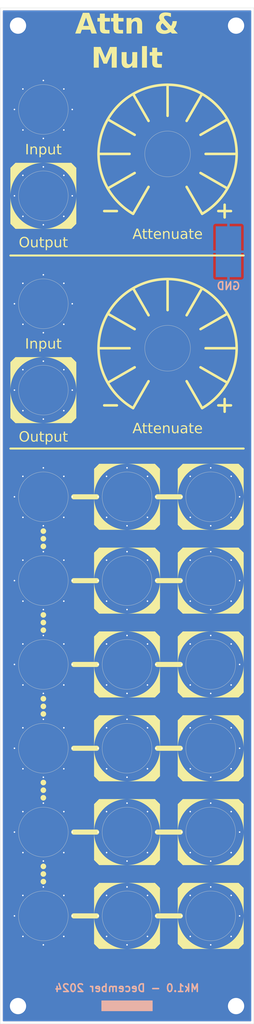
<source format=kicad_pcb>
(kicad_pcb (version 20240108) (generator "pcbnew") (generator_version "8.0")
  (title_block (title "Kosmo Format Front Panel - 5 cm") (company "DMH Instruments"))
  (layers (0 "F.Cu" signal) (31 "B.Cu" signal) (34 "B.Paste" user) (35 "F.Paste" user) (36 "B.SilkS" user "B.Silkscreen") (37 "F.SilkS" user "F.Silkscreen") (38 "B.Mask" user) (39 "F.Mask" user) (44 "Edge.Cuts" user))
  (net 0 "")
  (net 1 "GND")
  (footprint "SynthStuff:Jack_6.35mm_Cutout_Output_v6" (layer "F.Cu") (at 75 159.25)
    (property "Reference" "H18")
    (property "Value" "Output" (hide yes))
    (fp_poly (pts (xy -6.5 5.5) (arc (start -6.5 0) (mid -4.596194 4.596194) (end 0 6.5)) (xy -5.5 6.5)) (fill solid) (layer "F.SilkS"))
    (fp_poly (pts (xy -5.5 -6.5) (arc (start 0 -6.5) (mid -4.596194 -4.596194) (end -6.5 0)) (xy -6.5 -5.5)) (fill solid) (layer "F.SilkS"))
    (fp_poly (pts (xy 5.5 6.5) (arc (start 0 6.5) (mid 4.596194 4.596194) (end 6.5 0)) (xy 6.5 5.5)) (fill solid) (layer "F.SilkS"))
    (fp_poly (pts (xy 6.5 -5.5) (arc (start 6.5 0) (mid 4.596194 -4.596194) (end 0 -6.5)) (xy 5.5 -6.5)) (fill solid) (layer "F.SilkS"))
    (fp_circle (center 0 0) (end 0 -4.9) (stroke (width 0.05)) (fill none) (layer "Edge.Cuts"))
    (pad "1" thru_hole circle (at -5.7 0) (size 0.5 0.5) (drill 0.3) (layers "*.Cu" "*.Mask") (net 1 "GND"))
    (pad "1" thru_hole circle (at -4.04 -4.03) (size 0.5 0.5) (drill 0.3) (layers "*.Cu" "*.Mask") (net 1 "GND"))
    (pad "1" thru_hole circle (at -4.03 4.04) (size 0.5 0.5) (drill 0.3) (layers "*.Cu" "*.Mask") (net 1 "GND"))
    (pad "1" thru_hole circle (at 0 -5.7) (size 0.5 0.5) (drill 0.3) (layers "*.Cu" "*.Mask") (net 1 "GND"))
    (pad "1" connect circle (at 0 0) (size 12 12) (layers "F.Cu" "F.Mask") (net 1 "GND"))
    (pad "1" connect circle (at 0 0) (size 12 12) (layers "B.Cu" "B.Mask") (net 1 "GND"))
    (pad "1" thru_hole circle (at 0 5.7) (size 0.5 0.5) (drill 0.3) (layers "*.Cu" "*.Mask") (net 1 "GND"))
    (pad "1" thru_hole circle (at 4.03 4.04) (size 0.5 0.5) (drill 0.3) (layers "*.Cu" "*.Mask") (net 1 "GND"))
    (pad "1" thru_hole circle (at 4.04 -4.03) (size 0.5 0.5) (drill 0.3) (layers "*.Cu" "*.Mask") (net 1 "GND"))
    (pad "1" thru_hole circle (at 5.7 0) (size 0.5 0.5) (drill 0.3) (layers "*.Cu" "*.Mask") (net 1 "GND"))
  )
  (footprint "SynthStuff:MountingHole_Rails" (layer "F.Cu") (at 53.5 226.5)
    (property "Reference" "H3")
    (property "Value" "MountingHole_Rails" (hide yes))
    (pad "1" thru_hole circle (at 0 0) (size 4 4) (drill 3.2) (layers "*.Cu" "*.Mask") (net 1 "GND"))
  )
  (footprint "SynthStuff:Jack_6.35mm_Cutout_v3" (layer "F.Cu") (at 58.5 192.25)
    (property "Reference" "H23")
    (property "Value" "Input" (hide yes))
    (fp_circle (center 0 0) (end 0 -4.9) (stroke (width 0.05)) (fill none) (layer "Edge.Cuts"))
    (pad "1" thru_hole circle (at -5.7 0) (size 0.5 0.5) (drill 0.3) (layers "*.Cu" "*.Mask") (net 1 "GND"))
    (pad "1" thru_hole circle (at -4.04 -4.03) (size 0.5 0.5) (drill 0.3) (layers "*.Cu" "*.Mask") (net 1 "GND"))
    (pad "1" thru_hole circle (at -4.03 4.04) (size 0.5 0.5) (drill 0.3) (layers "*.Cu" "*.Mask") (net 1 "GND"))
    (pad "1" thru_hole circle (at 0 -5.7) (size 0.5 0.5) (drill 0.3) (layers "*.Cu" "*.Mask") (net 1 "GND"))
    (pad "1" connect circle (at 0 0) (size 12 12) (layers "F.Cu" "F.Mask") (net 1 "GND"))
    (pad "1" connect circle (at 0 0) (size 12 12) (layers "B.Cu" "B.Mask") (net 1 "GND"))
    (pad "1" thru_hole circle (at 0 5.7) (size 0.5 0.5) (drill 0.3) (layers "*.Cu" "*.Mask") (net 1 "GND"))
    (pad "1" thru_hole circle (at 4.03 4.04) (size 0.5 0.5) (drill 0.3) (layers "*.Cu" "*.Mask") (net 1 "GND"))
    (pad "1" thru_hole circle (at 4.04 -4.03) (size 0.5 0.5) (drill 0.3) (layers "*.Cu" "*.Mask") (net 1 "GND"))
    (pad "1" thru_hole circle (at 5.7 0) (size 0.5 0.5) (drill 0.3) (layers "*.Cu" "*.Mask") (net 1 "GND"))
  )
  (footprint "SynthStuff:Jack_6.35mm_Cutout_Output_v6" (layer "F.Cu") (at 75 208.75)
    (property "Reference" "H27")
    (property "Value" "Output" (hide yes))
    (fp_poly (pts (xy -6.5 5.5) (arc (start -6.5 0) (mid -4.596194 4.596194) (end 0 6.5)) (xy -5.5 6.5)) (fill solid) (layer "F.SilkS"))
    (fp_poly (pts (xy -5.5 -6.5) (arc (start 0 -6.5) (mid -4.596194 -4.596194) (end -6.5 0)) (xy -6.5 -5.5)) (fill solid) (layer "F.SilkS"))
    (fp_poly (pts (xy 5.5 6.5) (arc (start 0 6.5) (mid 4.596194 4.596194) (end 6.5 0)) (xy 6.5 5.5)) (fill solid) (layer "F.SilkS"))
    (fp_poly (pts (xy 6.5 -5.5) (arc (start 6.5 0) (mid 4.596194 -4.596194) (end 0 -6.5)) (xy 5.5 -6.5)) (fill solid) (layer "F.SilkS"))
    (fp_circle (center 0 0) (end 0 -4.9) (stroke (width 0.05)) (fill none) (layer "Edge.Cuts"))
    (pad "1" thru_hole circle (at -5.7 0) (size 0.5 0.5) (drill 0.3) (layers "*.Cu" "*.Mask") (net 1 "GND"))
    (pad "1" thru_hole circle (at -4.04 -4.03) (size 0.5 0.5) (drill 0.3) (layers "*.Cu" "*.Mask") (net 1 "GND"))
    (pad "1" thru_hole circle (at -4.03 4.04) (size 0.5 0.5) (drill 0.3) (layers "*.Cu" "*.Mask") (net 1 "GND"))
    (pad "1" thru_hole circle (at 0 -5.7) (size 0.5 0.5) (drill 0.3) (layers "*.Cu" "*.Mask") (net 1 "GND"))
    (pad "1" connect circle (at 0 0) (size 12 12) (layers "F.Cu" "F.Mask") (net 1 "GND"))
    (pad "1" connect circle (at 0 0) (size 12 12) (layers "B.Cu" "B.Mask") (net 1 "GND"))
    (pad "1" thru_hole circle (at 0 5.7) (size 0.5 0.5) (drill 0.3) (layers "*.Cu" "*.Mask") (net 1 "GND"))
    (pad "1" thru_hole circle (at 4.03 4.04) (size 0.5 0.5) (drill 0.3) (layers "*.Cu" "*.Mask") (net 1 "GND"))
    (pad "1" thru_hole circle (at 4.04 -4.03) (size 0.5 0.5) (drill 0.3) (layers "*.Cu" "*.Mask") (net 1 "GND"))
    (pad "1" thru_hole circle (at 5.7 0) (size 0.5 0.5) (drill 0.3) (layers "*.Cu" "*.Mask") (net 1 "GND"))
  )
  (footprint "SynthStuff:Jack_6.35mm_Cutout_Output_v6" (layer "F.Cu") (at 75 126.25)
    (property "Reference" "H12")
    (property "Value" "Output" (hide yes))
    (fp_poly (pts (xy -6.5 5.5) (arc (start -6.5 0) (mid -4.596194 4.596194) (end 0 6.5)) (xy -5.5 6.5)) (fill solid) (layer "F.SilkS"))
    (fp_poly (pts (xy -5.5 -6.5) (arc (start 0 -6.5) (mid -4.596194 -4.596194) (end -6.5 0)) (xy -6.5 -5.5)) (fill solid) (layer "F.SilkS"))
    (fp_poly (pts (xy 5.5 6.5) (arc (start 0 6.5) (mid 4.596194 4.596194) (end 6.5 0)) (xy 6.5 5.5)) (fill solid) (layer "F.SilkS"))
    (fp_poly (pts (xy 6.5 -5.5) (arc (start 6.5 0) (mid 4.596194 -4.596194) (end 0 -6.5)) (xy 5.5 -6.5)) (fill solid) (layer "F.SilkS"))
    (fp_circle (center 0 0) (end 0 -4.9) (stroke (width 0.05)) (fill none) (layer "Edge.Cuts"))
    (pad "1" thru_hole circle (at -5.7 0) (size 0.5 0.5) (drill 0.3) (layers "*.Cu" "*.Mask") (net 1 "GND"))
    (pad "1" thru_hole circle (at -4.04 -4.03) (size 0.5 0.5) (drill 0.3) (layers "*.Cu" "*.Mask") (net 1 "GND"))
    (pad "1" thru_hole circle (at -4.03 4.04) (size 0.5 0.5) (drill 0.3) (layers "*.Cu" "*.Mask") (net 1 "GND"))
    (pad "1" thru_hole circle (at 0 -5.7) (size 0.5 0.5) (drill 0.3) (layers "*.Cu" "*.Mask") (net 1 "GND"))
    (pad "1" connect circle (at 0 0) (size 12 12) (layers "F.Cu" "F.Mask") (net 1 "GND"))
    (pad "1" connect circle (at 0 0) (size 12 12) (layers "B.Cu" "B.Mask") (net 1 "GND"))
    (pad "1" thru_hole circle (at 0 5.7) (size 0.5 0.5) (drill 0.3) (layers "*.Cu" "*.Mask") (net 1 "GND"))
    (pad "1" thru_hole circle (at 4.03 4.04) (size 0.5 0.5) (drill 0.3) (layers "*.Cu" "*.Mask") (net 1 "GND"))
    (pad "1" thru_hole circle (at 4.04 -4.03) (size 0.5 0.5) (drill 0.3) (layers "*.Cu" "*.Mask") (net 1 "GND"))
    (pad "1" thru_hole circle (at 5.7 0) (size 0.5 0.5) (drill 0.3) (layers "*.Cu" "*.Mask") (net 1 "GND"))
  )
  (footprint "SynthStuff:Jack_6.35mm_Cutout_v3" (layer "F.Cu") (at 58.5 50)
    (property "Reference" "H5")
    (property "Value" "Input" (at 0 8 0) (layer "F.SilkS") (effects (font (size 2 2))))
    (fp_circle (center 0 0) (end 0 -4.9) (stroke (width 0.05)) (fill none) (layer "Edge.Cuts"))
    (pad "1" thru_hole circle (at -5.7 0) (size 0.5 0.5) (drill 0.3) (layers "*.Cu" "*.Mask") (net 1 "GND"))
    (pad "1" thru_hole circle (at -4.04 -4.03) (size 0.5 0.5) (drill 0.3) (layers "*.Cu" "*.Mask") (net 1 "GND"))
    (pad "1" thru_hole circle (at -4.03 4.04) (size 0.5 0.5) (drill 0.3) (layers "*.Cu" "*.Mask") (net 1 "GND"))
    (pad "1" thru_hole circle (at 0 -5.7) (size 0.5 0.5) (drill 0.3) (layers "*.Cu" "*.Mask") (net 1 "GND"))
    (pad "1" connect circle (at 0 0) (size 12 12) (layers "F.Cu" "F.Mask") (net 1 "GND"))
    (pad "1" connect circle (at 0 0) (size 12 12) (layers "B.Cu" "B.Mask") (net 1 "GND"))
    (pad "1" thru_hole circle (at 0 5.7) (size 0.5 0.5) (drill 0.3) (layers "*.Cu" "*.Mask") (net 1 "GND"))
    (pad "1" thru_hole circle (at 4.03 4.04) (size 0.5 0.5) (drill 0.3) (layers "*.Cu" "*.Mask") (net 1 "GND"))
    (pad "1" thru_hole circle (at 4.04 -4.03) (size 0.5 0.5) (drill 0.3) (layers "*.Cu" "*.Mask") (net 1 "GND"))
    (pad "1" thru_hole circle (at 5.7 0) (size 0.5 0.5) (drill 0.3) (layers "*.Cu" "*.Mask") (net 1 "GND"))
  )
  (footprint "SynthStuff:Jack_6.35mm_Cutout_Output_v6" (layer "F.Cu") (at 91.5 175.75)
    (property "Reference" "H22")
    (property "Value" "Output" (hide yes))
    (fp_poly (pts (xy -6.5 5.5) (arc (start -6.5 0) (mid -4.596194 4.596194) (end 0 6.5)) (xy -5.5 6.5)) (fill solid) (layer "F.SilkS"))
    (fp_poly (pts (xy -5.5 -6.5) (arc (start 0 -6.5) (mid -4.596194 -4.596194) (end -6.5 0)) (xy -6.5 -5.5)) (fill solid) (layer "F.SilkS"))
    (fp_poly (pts (xy 5.5 6.5) (arc (start 0 6.5) (mid 4.596194 4.596194) (end 6.5 0)) (xy 6.5 5.5)) (fill solid) (layer "F.SilkS"))
    (fp_poly (pts (xy 6.5 -5.5) (arc (start 6.5 0) (mid 4.596194 -4.596194) (end 0 -6.5)) (xy 5.5 -6.5)) (fill solid) (layer "F.SilkS"))
    (fp_circle (center 0 0) (end 0 -4.9) (stroke (width 0.05)) (fill none) (layer "Edge.Cuts"))
    (pad "1" thru_hole circle (at -5.7 0) (size 0.5 0.5) (drill 0.3) (layers "*.Cu" "*.Mask") (net 1 "GND"))
    (pad "1" thru_hole circle (at -4.04 -4.03) (size 0.5 0.5) (drill 0.3) (layers "*.Cu" "*.Mask") (net 1 "GND"))
    (pad "1" thru_hole circle (at -4.03 4.04) (size 0.5 0.5) (drill 0.3) (layers "*.Cu" "*.Mask") (net 1 "GND"))
    (pad "1" thru_hole circle (at 0 -5.7) (size 0.5 0.5) (drill 0.3) (layers "*.Cu" "*.Mask") (net 1 "GND"))
    (pad "1" connect circle (at 0 0) (size 12 12) (layers "F.Cu" "F.Mask") (net 1 "GND"))
    (pad "1" connect circle (at 0 0) (size 12 12) (layers "B.Cu" "B.Mask") (net 1 "GND"))
    (pad "1" thru_hole circle (at 0 5.7) (size 0.5 0.5) (drill 0.3) (layers "*.Cu" "*.Mask") (net 1 "GND"))
    (pad "1" thru_hole circle (at 4.03 4.04) (size 0.5 0.5) (drill 0.3) (layers "*.Cu" "*.Mask") (net 1 "GND"))
    (pad "1" thru_hole circle (at 4.04 -4.03) (size 0.5 0.5) (drill 0.3) (layers "*.Cu" "*.Mask") (net 1 "GND"))
    (pad "1" thru_hole circle (at 5.7 0) (size 0.5 0.5) (drill 0.3) (layers "*.Cu" "*.Mask") (net 1 "GND"))
  )
  (footprint "SynthStuff:Jack_6.35mm_Cutout_Output_v6" (layer "F.Cu") (at 75 142.75)
    (property "Reference" "H15")
    (property "Value" "Output" (hide yes))
    (fp_poly (pts (xy -6.5 5.5) (arc (start -6.5 0) (mid -4.596194 4.596194) (end 0 6.5)) (xy -5.5 6.5)) (fill solid) (layer "F.SilkS"))
    (fp_poly (pts (xy -5.5 -6.5) (arc (start 0 -6.5) (mid -4.596194 -4.596194) (end -6.5 0)) (xy -6.5 -5.5)) (fill solid) (layer "F.SilkS"))
    (fp_poly (pts (xy 5.5 6.5) (arc (start 0 6.5) (mid 4.596194 4.596194) (end 6.5 0)) (xy 6.5 5.5)) (fill solid) (layer "F.SilkS"))
    (fp_poly (pts (xy 6.5 -5.5) (arc (start 6.5 0) (mid 4.596194 -4.596194) (end 0 -6.5)) (xy 5.5 -6.5)) (fill solid) (layer "F.SilkS"))
    (fp_circle (center 0 0) (end 0 -4.9) (stroke (width 0.05)) (fill none) (layer "Edge.Cuts"))
    (pad "1" thru_hole circle (at -5.7 0) (size 0.5 0.5) (drill 0.3) (layers "*.Cu" "*.Mask") (net 1 "GND"))
    (pad "1" thru_hole circle (at -4.04 -4.03) (size 0.5 0.5) (drill 0.3) (layers "*.Cu" "*.Mask") (net 1 "GND"))
    (pad "1" thru_hole circle (at -4.03 4.04) (size 0.5 0.5) (drill 0.3) (layers "*.Cu" "*.Mask") (net 1 "GND"))
    (pad "1" thru_hole circle (at 0 -5.7) (size 0.5 0.5) (drill 0.3) (layers "*.Cu" "*.Mask") (net 1 "GND"))
    (pad "1" connect circle (at 0 0) (size 12 12) (layers "F.Cu" "F.Mask") (net 1 "GND"))
    (pad "1" connect circle (at 0 0) (size 12 12) (layers "B.Cu" "B.Mask") (net 1 "GND"))
    (pad "1" thru_hole circle (at 0 5.7) (size 0.5 0.5) (drill 0.3) (layers "*.Cu" "*.Mask") (net 1 "GND"))
    (pad "1" thru_hole circle (at 4.03 4.04) (size 0.5 0.5) (drill 0.3) (layers "*.Cu" "*.Mask") (net 1 "GND"))
    (pad "1" thru_hole circle (at 4.04 -4.03) (size 0.5 0.5) (drill 0.3) (layers "*.Cu" "*.Mask") (net 1 "GND"))
    (pad "1" thru_hole circle (at 5.7 0) (size 0.5 0.5) (drill 0.3) (layers "*.Cu" "*.Mask") (net 1 "GND"))
  )
  (footprint "SynthStuff:Jack_6.35mm_Cutout_Output_v6" (layer "F.Cu") (at 75 192.25)
    (property "Reference" "H24")
    (property "Value" "Output" (hide yes))
    (fp_poly (pts (xy -6.5 5.5) (arc (start -6.5 0) (mid -4.596194 4.596194) (end 0 6.5)) (xy -5.5 6.5)) (fill solid) (layer "F.SilkS"))
    (fp_poly (pts (xy -5.5 -6.5) (arc (start 0 -6.5) (mid -4.596194 -4.596194) (end -6.5 0)) (xy -6.5 -5.5)) (fill solid) (layer "F.SilkS"))
    (fp_poly (pts (xy 5.5 6.5) (arc (start 0 6.5) (mid 4.596194 4.596194) (end 6.5 0)) (xy 6.5 5.5)) (fill solid) (layer "F.SilkS"))
    (fp_poly (pts (xy 6.5 -5.5) (arc (start 6.5 0) (mid 4.596194 -4.596194) (end 0 -6.5)) (xy 5.5 -6.5)) (fill solid) (layer "F.SilkS"))
    (fp_circle (center 0 0) (end 0 -4.9) (stroke (width 0.05)) (fill none) (layer "Edge.Cuts"))
    (pad "1" thru_hole circle (at -5.7 0) (size 0.5 0.5) (drill 0.3) (layers "*.Cu" "*.Mask") (net 1 "GND"))
    (pad "1" thru_hole circle (at -4.04 -4.03) (size 0.5 0.5) (drill 0.3) (layers "*.Cu" "*.Mask") (net 1 "GND"))
    (pad "1" thru_hole circle (at -4.03 4.04) (size 0.5 0.5) (drill 0.3) (layers "*.Cu" "*.Mask") (net 1 "GND"))
    (pad "1" thru_hole circle (at 0 -5.7) (size 0.5 0.5) (drill 0.3) (layers "*.Cu" "*.Mask") (net 1 "GND"))
    (pad "1" connect circle (at 0 0) (size 12 12) (layers "F.Cu" "F.Mask") (net 1 "GND"))
    (pad "1" connect circle (at 0 0) (size 12 12) (layers "B.Cu" "B.Mask") (net 1 "GND"))
    (pad "1" thru_hole circle (at 0 5.7) (size 0.5 0.5) (drill 0.3) (layers "*.Cu" "*.Mask") (net 1 "GND"))
    (pad "1" thru_hole circle (at 4.03 4.04) (size 0.5 0.5) (drill 0.3) (layers "*.Cu" "*.Mask") (net 1 "GND"))
    (pad "1" thru_hole circle (at 4.04 -4.03) (size 0.5 0.5) (drill 0.3) (layers "*.Cu" "*.Mask") (net 1 "GND"))
    (pad "1" thru_hole circle (at 5.7 0) (size 0.5 0.5) (drill 0.3) (layers "*.Cu" "*.Mask") (net 1 "GND"))
  )
  (footprint "SynthStuff:Jack_6.35mm_Cutout_v3" (layer "F.Cu") (at 58.5 88.25)
    (property "Reference" "H8")
    (property "Value" "Input" (at 0 8 0) (layer "F.SilkS") (effects (font (size 2 2))))
    (fp_circle (center 0 0) (end 0 -4.9) (stroke (width 0.05)) (fill none) (layer "Edge.Cuts"))
    (pad "1" thru_hole circle (at -5.7 0) (size 0.5 0.5) (drill 0.3) (layers "*.Cu" "*.Mask") (net 1 "GND"))
    (pad "1" thru_hole circle (at -4.04 -4.03) (size 0.5 0.5) (drill 0.3) (layers "*.Cu" "*.Mask") (net 1 "GND"))
    (pad "1" thru_hole circle (at -4.03 4.04) (size 0.5 0.5) (drill 0.3) (layers "*.Cu" "*.Mask") (net 1 "GND"))
    (pad "1" thru_hole circle (at 0 -5.7) (size 0.5 0.5) (drill 0.3) (layers "*.Cu" "*.Mask") (net 1 "GND"))
    (pad "1" connect circle (at 0 0) (size 12 12) (layers "F.Cu" "F.Mask") (net 1 "GND"))
    (pad "1" connect circle (at 0 0) (size 12 12) (layers "B.Cu" "B.Mask") (net 1 "GND"))
    (pad "1" thru_hole circle (at 0 5.7) (size 0.5 0.5) (drill 0.3) (layers "*.Cu" "*.Mask") (net 1 "GND"))
    (pad "1" thru_hole circle (at 4.03 4.04) (size 0.5 0.5) (drill 0.3) (layers "*.Cu" "*.Mask") (net 1 "GND"))
    (pad "1" thru_hole circle (at 4.04 -4.03) (size 0.5 0.5) (drill 0.3) (layers "*.Cu" "*.Mask") (net 1 "GND"))
    (pad "1" thru_hole circle (at 5.7 0) (size 0.5 0.5) (drill 0.3) (layers "*.Cu" "*.Mask") (net 1 "GND"))
  )
  (footprint "SynthStuff:Jack_6.35mm_Cutout_v3" (layer "F.Cu") (at 58.5 208.75)
    (property "Reference" "H26")
    (property "Value" "Input" (hide yes))
    (fp_circle (center 0 0) (end 0 -4.9) (stroke (width 0.05)) (fill none) (layer "Edge.Cuts"))
    (pad "1" thru_hole circle (at -5.7 0) (size 0.5 0.5) (drill 0.3) (layers "*.Cu" "*.Mask") (net 1 "GND"))
    (pad "1" thru_hole circle (at -4.04 -4.03) (size 0.5 0.5) (drill 0.3) (layers "*.Cu" "*.Mask") (net 1 "GND"))
    (pad "1" thru_hole circle (at -4.03 4.04) (size 0.5 0.5) (drill 0.3) (layers "*.Cu" "*.Mask") (net 1 "GND"))
    (pad "1" thru_hole circle (at 0 -5.7) (size 0.5 0.5) (drill 0.3) (layers "*.Cu" "*.Mask") (net 1 "GND"))
    (pad "1" connect circle (at 0 0) (size 12 12) (layers "F.Cu" "F.Mask") (net 1 "GND"))
    (pad "1" connect circle (at 0 0) (size 12 12) (layers "B.Cu" "B.Mask") (net 1 "GND"))
    (pad "1" thru_hole circle (at 0 5.7) (size 0.5 0.5) (drill 0.3) (layers "*.Cu" "*.Mask") (net 1 "GND"))
    (pad "1" thru_hole circle (at 4.03 4.04) (size 0.5 0.5) (drill 0.3) (layers "*.Cu" "*.Mask") (net 1 "GND"))
    (pad "1" thru_hole circle (at 4.04 -4.03) (size 0.5 0.5) (drill 0.3) (layers "*.Cu" "*.Mask") (net 1 "GND"))
    (pad "1" thru_hole circle (at 5.7 0) (size 0.5 0.5) (drill 0.3) (layers "*.Cu" "*.Mask") (net 1 "GND"))
  )
  (footprint "SynthStuff:Pot_Cutout_Small_attv" (layer "F.Cu") (at 83 97)
    (property "Reference" "H10")
    (property "Value" "Attenuate" (at 0 15.9 0) (layer "F.SilkS") (effects (font (size 2 2))))
    (fp_line (start -12.5 11.25) (end -10 11.25) (stroke (width 0.5)) (layer "F.SilkS"))
    (fp_line (start -7.499998 0) (end -13.6 0) (stroke (width 0.5)) (layer "F.SilkS"))
    (fp_line (start -6.49301 -3.753771) (end -11.8 -6.8) (stroke (width 0.5)) (layer "F.SilkS"))
    (fp_line (start -6.49301 3.753772) (end -11.8 6.8) (stroke (width 0.5)) (layer "F.SilkS"))
    (fp_line (start -3.753772 -6.49301) (end -6.8 -11.8) (stroke (width 0.5)) (layer "F.SilkS"))
    (fp_line (start -3.753771 6.49301) (end -6.8 11.8) (stroke (width 0.5)) (layer "F.SilkS"))
    (fp_line (start 0 -7.5) (end -0.003331 -13.619104) (stroke (width 0.5)) (layer "F.SilkS"))
    (fp_line (start 3.753771 -6.49301) (end 6.8 -11.8) (stroke (width 0.5)) (layer "F.SilkS"))
    (fp_line (start 3.753772 6.49301) (end 6.805772 11.796672) (stroke (width 0.5)) (layer "F.SilkS"))
    (fp_line (start 6.49301 -3.753772) (end 11.8 -6.8) (stroke (width 0.5)) (layer "F.SilkS"))
    (fp_line (start 6.49301 3.753771) (end 11.8 6.8) (stroke (width 0.5)) (layer "F.SilkS"))
    (fp_line (start 7.5 0) (end 13.6 0) (stroke (width 0.5)) (layer "F.SilkS"))
    (fp_line (start 10 11.25) (end 12.5 11.25) (stroke (width 0.5)) (layer "F.SilkS"))
    (fp_line (start 11.25 10) (end 11.25 12.5) (stroke (width 0.5)) (layer "F.SilkS"))
    (fp_arc (start -6.8 11.8) (mid -0.003331 -13.619104) (end 6.805772 11.796672) (stroke (width 0.5)) (layer "F.SilkS"))
    (fp_circle (center 0 0) (end 4.5 0) (stroke (width 0.05)) (fill none) (layer "Edge.Cuts"))
    (pad "1" connect circle (at 0 0) (size 12 12) (layers "F.Cu" "F.Mask") (net 1 "GND"))
    (pad "1" connect circle (at 0 0) (size 12 12) (layers "B.Cu" "B.Mask") (net 1 "GND"))
  )
  (footprint "SynthStuff:Jack_6.35mm_Cutout_Output_v6" (layer "F.Cu") (at 91.5 208.75)
    (property "Reference" "H28")
    (property "Value" "Output" (hide yes))
    (fp_poly (pts (xy -6.5 5.5) (arc (start -6.5 0) (mid -4.596194 4.596194) (end 0 6.5)) (xy -5.5 6.5)) (fill solid) (layer "F.SilkS"))
    (fp_poly (pts (xy -5.5 -6.5) (arc (start 0 -6.5) (mid -4.596194 -4.596194) (end -6.5 0)) (xy -6.5 -5.5)) (fill solid) (layer "F.SilkS"))
    (fp_poly (pts (xy 5.5 6.5) (arc (start 0 6.5) (mid 4.596194 4.596194) (end 6.5 0)) (xy 6.5 5.5)) (fill solid) (layer "F.SilkS"))
    (fp_poly (pts (xy 6.5 -5.5) (arc (start 6.5 0) (mid 4.596194 -4.596194) (end 0 -6.5)) (xy 5.5 -6.5)) (fill solid) (layer "F.SilkS"))
    (fp_circle (center 0 0) (end 0 -4.9) (stroke (width 0.05)) (fill none) (layer "Edge.Cuts"))
    (pad "1" thru_hole circle (at -5.7 0) (size 0.5 0.5) (drill 0.3) (layers "*.Cu" "*.Mask") (net 1 "GND"))
    (pad "1" thru_hole circle (at -4.04 -4.03) (size 0.5 0.5) (drill 0.3) (layers "*.Cu" "*.Mask") (net 1 "GND"))
    (pad "1" thru_hole circle (at -4.03 4.04) (size 0.5 0.5) (drill 0.3) (layers "*.Cu" "*.Mask") (net 1 "GND"))
    (pad "1" thru_hole circle (at 0 -5.7) (size 0.5 0.5) (drill 0.3) (layers "*.Cu" "*.Mask") (net 1 "GND"))
    (pad "1" connect circle (at 0 0) (size 12 12) (layers "F.Cu" "F.Mask") (net 1 "GND"))
    (pad "1" connect circle (at 0 0) (size 12 12) (layers "B.Cu" "B.Mask") (net 1 "GND"))
    (pad "1" thru_hole circle (at 0 5.7) (size 0.5 0.5) (drill 0.3) (layers "*.Cu" "*.Mask") (net 1 "GND"))
    (pad "1" thru_hole circle (at 4.03 4.04) (size 0.5 0.5) (drill 0.3) (layers "*.Cu" "*.Mask") (net 1 "GND"))
    (pad "1" thru_hole circle (at 4.04 -4.03) (size 0.5 0.5) (drill 0.3) (layers "*.Cu" "*.Mask") (net 1 "GND"))
    (pad "1" thru_hole circle (at 5.7 0) (size 0.5 0.5) (drill 0.3) (layers "*.Cu" "*.Mask") (net 1 "GND"))
  )
  (footprint "SynthStuff:Jack_6.35mm_Cutout_Output_v6" (layer "F.Cu") (at 75 175.75)
    (property "Reference" "H21")
    (property "Value" "Output" (hide yes))
    (fp_poly (pts (xy -6.5 5.5) (arc (start -6.5 0) (mid -4.596194 4.596194) (end 0 6.5)) (xy -5.5 6.5)) (fill solid) (layer "F.SilkS"))
    (fp_poly (pts (xy -5.5 -6.5) (arc (start 0 -6.5) (mid -4.596194 -4.596194) (end -6.5 0)) (xy -6.5 -5.5)) (fill solid) (layer "F.SilkS"))
    (fp_poly (pts (xy 5.5 6.5) (arc (start 0 6.5) (mid 4.596194 4.596194) (end 6.5 0)) (xy 6.5 5.5)) (fill solid) (layer "F.SilkS"))
    (fp_poly (pts (xy 6.5 -5.5) (arc (start 6.5 0) (mid 4.596194 -4.596194) (end 0 -6.5)) (xy 5.5 -6.5)) (fill solid) (layer "F.SilkS"))
    (fp_circle (center 0 0) (end 0 -4.9) (stroke (width 0.05)) (fill none) (layer "Edge.Cuts"))
    (pad "1" thru_hole circle (at -5.7 0) (size 0.5 0.5) (drill 0.3) (layers "*.Cu" "*.Mask") (net 1 "GND"))
    (pad "1" thru_hole circle (at -4.04 -4.03) (size 0.5 0.5) (drill 0.3) (layers "*.Cu" "*.Mask") (net 1 "GND"))
    (pad "1" thru_hole circle (at -4.03 4.04) (size 0.5 0.5) (drill 0.3) (layers "*.Cu" "*.Mask") (net 1 "GND"))
    (pad "1" thru_hole circle (at 0 -5.7) (size 0.5 0.5) (drill 0.3) (layers "*.Cu" "*.Mask") (net 1 "GND"))
    (pad "1" connect circle (at 0 0) (size 12 12) (layers "F.Cu" "F.Mask") (net 1 "GND"))
    (pad "1" connect circle (at 0 0) (size 12 12) (layers "B.Cu" "B.Mask") (net 1 "GND"))
    (pad "1" thru_hole circle (at 0 5.7) (size 0.5 0.5) (drill 0.3) (layers "*.Cu" "*.Mask") (net 1 "GND"))
    (pad "1" thru_hole circle (at 4.03 4.04) (size 0.5 0.5) (drill 0.3) (layers "*.Cu" "*.Mask") (net 1 "GND"))
    (pad "1" thru_hole circle (at 4.04 -4.03) (size 0.5 0.5) (drill 0.3) (layers "*.Cu" "*.Mask") (net 1 "GND"))
    (pad "1" thru_hole circle (at 5.7 0) (size 0.5 0.5) (drill 0.3) (layers "*.Cu" "*.Mask") (net 1 "GND"))
  )
  (footprint "SynthStuff:Jack_6.35mm_Cutout_Output_v6" (layer "F.Cu") (at 91.5 192.25)
    (property "Reference" "H25")
    (property "Value" "Output" (hide yes))
    (fp_poly (pts (xy -6.5 5.5) (arc (start -6.5 0) (mid -4.596194 4.596194) (end 0 6.5)) (xy -5.5 6.5)) (fill solid) (layer "F.SilkS"))
    (fp_poly (pts (xy -5.5 -6.5) (arc (start 0 -6.5) (mid -4.596194 -4.596194) (end -6.5 0)) (xy -6.5 -5.5)) (fill solid) (layer "F.SilkS"))
    (fp_poly (pts (xy 5.5 6.5) (arc (start 0 6.5) (mid 4.596194 4.596194) (end 6.5 0)) (xy 6.5 5.5)) (fill solid) (layer "F.SilkS"))
    (fp_poly (pts (xy 6.5 -5.5) (arc (start 6.5 0) (mid 4.596194 -4.596194) (end 0 -6.5)) (xy 5.5 -6.5)) (fill solid) (layer "F.SilkS"))
    (fp_circle (center 0 0) (end 0 -4.9) (stroke (width 0.05)) (fill none) (layer "Edge.Cuts"))
    (pad "1" thru_hole circle (at -5.7 0) (size 0.5 0.5) (drill 0.3) (layers "*.Cu" "*.Mask") (net 1 "GND"))
    (pad "1" thru_hole circle (at -4.04 -4.03) (size 0.5 0.5) (drill 0.3) (layers "*.Cu" "*.Mask") (net 1 "GND"))
    (pad "1" thru_hole circle (at -4.03 4.04) (size 0.5 0.5) (drill 0.3) (layers "*.Cu" "*.Mask") (net 1 "GND"))
    (pad "1" thru_hole circle (at 0 -5.7) (size 0.5 0.5) (drill 0.3) (layers "*.Cu" "*.Mask") (net 1 "GND"))
    (pad "1" connect circle (at 0 0) (size 12 12) (layers "F.Cu" "F.Mask") (net 1 "GND"))
    (pad "1" connect circle (at 0 0) (size 12 12) (layers "B.Cu" "B.Mask") (net 1 "GND"))
    (pad "1" thru_hole circle (at 0 5.7) (size 0.5 0.5) (drill 0.3) (layers "*.Cu" "*.Mask") (net 1 "GND"))
    (pad "1" thru_hole circle (at 4.03 4.04) (size 0.5 0.5) (drill 0.3) (layers "*.Cu" "*.Mask") (net 1 "GND"))
    (pad "1" thru_hole circle (at 4.04 -4.03) (size 0.5 0.5) (drill 0.3) (layers "*.Cu" "*.Mask") (net 1 "GND"))
    (pad "1" thru_hole circle (at 5.7 0) (size 0.5 0.5) (drill 0.3) (layers "*.Cu" "*.Mask") (net 1 "GND"))
  )
  (footprint "SynthStuff:Jack_6.35mm_Cutout_v3" (layer "F.Cu") (at 58.5 126.25)
    (property "Reference" "H11")
    (property "Value" "Input" (hide yes))
    (fp_circle (center 0 0) (end 0 -4.9) (stroke (width 0.05)) (fill none) (layer "Edge.Cuts"))
    (pad "1" thru_hole circle (at -5.7 0) (size 0.5 0.5) (drill 0.3) (layers "*.Cu" "*.Mask") (net 1 "GND"))
    (pad "1" thru_hole circle (at -4.04 -4.03) (size 0.5 0.5) (drill 0.3) (layers "*.Cu" "*.Mask") (net 1 "GND"))
    (pad "1" thru_hole circle (at -4.03 4.04) (size 0.5 0.5) (drill 0.3) (layers "*.Cu" "*.Mask") (net 1 "GND"))
    (pad "1" thru_hole circle (at 0 -5.7) (size 0.5 0.5) (drill 0.3) (layers "*.Cu" "*.Mask") (net 1 "GND"))
    (pad "1" connect circle (at 0 0) (size 12 12) (layers "F.Cu" "F.Mask") (net 1 "GND"))
    (pad "1" connect circle (at 0 0) (size 12 12) (layers "B.Cu" "B.Mask") (net 1 "GND"))
    (pad "1" thru_hole circle (at 0 5.7) (size 0.5 0.5) (drill 0.3) (layers "*.Cu" "*.Mask") (net 1 "GND"))
    (pad "1" thru_hole circle (at 4.03 4.04) (size 0.5 0.5) (drill 0.3) (layers "*.Cu" "*.Mask") (net 1 "GND"))
    (pad "1" thru_hole circle (at 4.04 -4.03) (size 0.5 0.5) (drill 0.3) (layers "*.Cu" "*.Mask") (net 1 "GND"))
    (pad "1" thru_hole circle (at 5.7 0) (size 0.5 0.5) (drill 0.3) (layers "*.Cu" "*.Mask") (net 1 "GND"))
  )
  (footprint "SynthStuff:Jack_6.35mm_Cutout_v3" (layer "F.Cu") (at 58.5 159.25)
    (property "Reference" "H17")
    (property "Value" "Input" (hide yes))
    (fp_circle (center 0 0) (end 0 -4.9) (stroke (width 0.05)) (fill none) (layer "Edge.Cuts"))
    (pad "1" thru_hole circle (at -5.7 0) (size 0.5 0.5) (drill 0.3) (layers "*.Cu" "*.Mask") (net 1 "GND"))
    (pad "1" thru_hole circle (at -4.04 -4.03) (size 0.5 0.5) (drill 0.3) (layers "*.Cu" "*.Mask") (net 1 "GND"))
    (pad "1" thru_hole circle (at -4.03 4.04) (size 0.5 0.5) (drill 0.3) (layers "*.Cu" "*.Mask") (net 1 "GND"))
    (pad "1" thru_hole circle (at 0 -5.7) (size 0.5 0.5) (drill 0.3) (layers "*.Cu" "*.Mask") (net 1 "GND"))
    (pad "1" connect circle (at 0 0) (size 12 12) (layers "F.Cu" "F.Mask") (net 1 "GND"))
    (pad "1" connect circle (at 0 0) (size 12 12) (layers "B.Cu" "B.Mask") (net 1 "GND"))
    (pad "1" thru_hole circle (at 0 5.7) (size 0.5 0.5) (drill 0.3) (layers "*.Cu" "*.Mask") (net 1 "GND"))
    (pad "1" thru_hole circle (at 4.03 4.04) (size 0.5 0.5) (drill 0.3) (layers "*.Cu" "*.Mask") (net 1 "GND"))
    (pad "1" thru_hole circle (at 4.04 -4.03) (size 0.5 0.5) (drill 0.3) (layers "*.Cu" "*.Mask") (net 1 "GND"))
    (pad "1" thru_hole circle (at 5.7 0) (size 0.5 0.5) (drill 0.3) (layers "*.Cu" "*.Mask") (net 1 "GND"))
  )
  (footprint "SynthStuff:Jack_6.35mm_Cutout_Output_v6" (layer "F.Cu") (at 91.5 142.75)
    (property "Reference" "H16")
    (property "Value" "Output" (hide yes))
    (fp_poly (pts (xy -6.5 5.5) (arc (start -6.5 0) (mid -4.596194 4.596194) (end 0 6.5)) (xy -5.5 6.5)) (fill solid) (layer "F.SilkS"))
    (fp_poly (pts (xy -5.5 -6.5) (arc (start 0 -6.5) (mid -4.596194 -4.596194) (end -6.5 0)) (xy -6.5 -5.5)) (fill solid) (layer "F.SilkS"))
    (fp_poly (pts (xy 5.5 6.5) (arc (start 0 6.5) (mid 4.596194 4.596194) (end 6.5 0)) (xy 6.5 5.5)) (fill solid) (layer "F.SilkS"))
    (fp_poly (pts (xy 6.5 -5.5) (arc (start 6.5 0) (mid 4.596194 -4.596194) (end 0 -6.5)) (xy 5.5 -6.5)) (fill solid) (layer "F.SilkS"))
    (fp_circle (center 0 0) (end 0 -4.9) (stroke (width 0.05)) (fill none) (layer "Edge.Cuts"))
    (pad "1" thru_hole circle (at -5.7 0) (size 0.5 0.5) (drill 0.3) (layers "*.Cu" "*.Mask") (net 1 "GND"))
    (pad "1" thru_hole circle (at -4.04 -4.03) (size 0.5 0.5) (drill 0.3) (layers "*.Cu" "*.Mask") (net 1 "GND"))
    (pad "1" thru_hole circle (at -4.03 4.04) (size 0.5 0.5) (drill 0.3) (layers "*.Cu" "*.Mask") (net 1 "GND"))
    (pad "1" thru_hole circle (at 0 -5.7) (size 0.5 0.5) (drill 0.3) (layers "*.Cu" "*.Mask") (net 1 "GND"))
    (pad "1" connect circle (at 0 0) (size 12 12) (layers "F.Cu" "F.Mask") (net 1 "GND"))
    (pad "1" connect circle (at 0 0) (size 12 12) (layers "B.Cu" "B.Mask") (net 1 "GND"))
    (pad "1" thru_hole circle (at 0 5.7) (size 0.5 0.5) (drill 0.3) (layers "*.Cu" "*.Mask") (net 1 "GND"))
    (pad "1" thru_hole circle (at 4.03 4.04) (size 0.5 0.5) (drill 0.3) (layers "*.Cu" "*.Mask") (net 1 "GND"))
    (pad "1" thru_hole circle (at 4.04 -4.03) (size 0.5 0.5) (drill 0.3) (layers "*.Cu" "*.Mask") (net 1 "GND"))
    (pad "1" thru_hole circle (at 5.7 0) (size 0.5 0.5) (drill 0.3) (layers "*.Cu" "*.Mask") (net 1 "GND"))
  )
  (footprint "SynthStuff:Jack_6.35mm_Cutout_Output_v6" (layer "F.Cu") (at 58.5 105.25)
    (property "Reference" "H9")
    (property "Value" "Output" (at 0 9.3 0) (layer "F.SilkS") (effects (font (size 2 2))))
    (fp_poly (pts (xy -6.5 5.5) (arc (start -6.5 0) (mid -4.596194 4.596194) (end 0 6.5)) (xy -5.5 6.5)) (fill solid) (layer "F.SilkS"))
    (fp_poly (pts (xy -5.5 -6.5) (arc (start 0 -6.5) (mid -4.596194 -4.596194) (end -6.5 0)) (xy -6.5 -5.5)) (fill solid) (layer "F.SilkS"))
    (fp_poly (pts (xy 5.5 6.5) (arc (start 0 6.5) (mid 4.596194 4.596194) (end 6.5 0)) (xy 6.5 5.5)) (fill solid) (layer "F.SilkS"))
    (fp_poly (pts (xy 6.5 -5.5) (arc (start 6.5 0) (mid 4.596194 -4.596194) (end 0 -6.5)) (xy 5.5 -6.5)) (fill solid) (layer "F.SilkS"))
    (fp_circle (center 0 0) (end 0 -4.9) (stroke (width 0.05)) (fill none) (layer "Edge.Cuts"))
    (pad "1" thru_hole circle (at -5.7 0) (size 0.5 0.5) (drill 0.3) (layers "*.Cu" "*.Mask") (net 1 "GND"))
    (pad "1" thru_hole circle (at -4.04 -4.03) (size 0.5 0.5) (drill 0.3) (layers "*.Cu" "*.Mask") (net 1 "GND"))
    (pad "1" thru_hole circle (at -4.03 4.04) (size 0.5 0.5) (drill 0.3) (layers "*.Cu" "*.Mask") (net 1 "GND"))
    (pad "1" thru_hole circle (at 0 -5.7) (size 0.5 0.5) (drill 0.3) (layers "*.Cu" "*.Mask") (net 1 "GND"))
    (pad "1" connect circle (at 0 0) (size 12 12) (layers "F.Cu" "F.Mask") (net 1 "GND"))
    (pad "1" connect circle (at 0 0) (size 12 12) (layers "B.Cu" "B.Mask") (net 1 "GND"))
    (pad "1" thru_hole circle (at 0 5.7) (size 0.5 0.5) (drill 0.3) (layers "*.Cu" "*.Mask") (net 1 "GND"))
    (pad "1" thru_hole circle (at 4.03 4.04) (size 0.5 0.5) (drill 0.3) (layers "*.Cu" "*.Mask") (net 1 "GND"))
    (pad "1" thru_hole circle (at 4.04 -4.03) (size 0.5 0.5) (drill 0.3) (layers "*.Cu" "*.Mask") (net 1 "GND"))
    (pad "1" thru_hole circle (at 5.7 0) (size 0.5 0.5) (drill 0.3) (layers "*.Cu" "*.Mask") (net 1 "GND"))
  )
  (footprint "SynthStuff:Pot_Cutout_Small_attv" (layer "F.Cu") (at 83 58.75)
    (property "Reference" "H7")
    (property "Value" "Attenuate" (at 0 15.9 0) (layer "F.SilkS") (effects (font (size 2 2))))
    (fp_line (start -12.5 11.25) (end -10 11.25) (stroke (width 0.5)) (layer "F.SilkS"))
    (fp_line (start -7.499998 0) (end -13.6 0) (stroke (width 0.5)) (layer "F.SilkS"))
    (fp_line (start -6.49301 -3.753771) (end -11.8 -6.8) (stroke (width 0.5)) (layer "F.SilkS"))
    (fp_line (start -6.49301 3.753772) (end -11.8 6.8) (stroke (width 0.5)) (layer "F.SilkS"))
    (fp_line (start -3.753772 -6.49301) (end -6.8 -11.8) (stroke (width 0.5)) (layer "F.SilkS"))
    (fp_line (start -3.753771 6.49301) (end -6.8 11.8) (stroke (width 0.5)) (layer "F.SilkS"))
    (fp_line (start 0 -7.5) (end -0.003331 -13.619104) (stroke (width 0.5)) (layer "F.SilkS"))
    (fp_line (start 3.753771 -6.49301) (end 6.8 -11.8) (stroke (width 0.5)) (layer "F.SilkS"))
    (fp_line (start 3.753772 6.49301) (end 6.805772 11.796672) (stroke (width 0.5)) (layer "F.SilkS"))
    (fp_line (start 6.49301 -3.753772) (end 11.8 -6.8) (stroke (width 0.5)) (layer "F.SilkS"))
    (fp_line (start 6.49301 3.753771) (end 11.8 6.8) (stroke (width 0.5)) (layer "F.SilkS"))
    (fp_line (start 7.5 0) (end 13.6 0) (stroke (width 0.5)) (layer "F.SilkS"))
    (fp_line (start 10 11.25) (end 12.5 11.25) (stroke (width 0.5)) (layer "F.SilkS"))
    (fp_line (start 11.25 10) (end 11.25 12.5) (stroke (width 0.5)) (layer "F.SilkS"))
    (fp_arc (start -6.8 11.8) (mid -0.003331 -13.619104) (end 6.805772 11.796672) (stroke (width 0.5)) (layer "F.SilkS"))
    (fp_circle (center 0 0) (end 4.5 0) (stroke (width 0.05)) (fill none) (layer "Edge.Cuts"))
    (pad "1" connect circle (at 0 0) (size 12 12) (layers "F.Cu" "F.Mask") (net 1 "GND"))
    (pad "1" connect circle (at 0 0) (size 12 12) (layers "B.Cu" "B.Mask") (net 1 "GND"))
  )
  (footprint "SynthStuff:MountingHole_Rails" (layer "F.Cu") (at 96.5 33.5)
    (property "Reference" "H2")
    (property "Value" "MountingHole_Rails" (hide yes))
    (pad "1" thru_hole circle (at 0 0) (size 4 4) (drill 3.2) (layers "*.Cu" "*.Mask") (net 1 "GND"))
  )
  (footprint "SynthStuff:MountingHole_Rails" (layer "F.Cu") (at 96.5 226.5)
    (property "Reference" "H4")
    (property "Value" "MountingHole_Rails" (hide yes))
    (pad "1" thru_hole circle (at 0 0) (size 4 4) (drill 3.2) (layers "*.Cu" "*.Mask") (net 1 "GND"))
  )
  (footprint "SynthStuff:Jack_6.35mm_Cutout_v3" (layer "F.Cu") (at 58.5 142.75)
    (property "Reference" "H14")
    (property "Value" "Input" (hide yes))
    (fp_circle (center 0 0) (end 0 -4.9) (stroke (width 0.05)) (fill none) (layer "Edge.Cuts"))
    (pad "1" thru_hole circle (at -5.7 0) (size 0.5 0.5) (drill 0.3) (layers "*.Cu" "*.Mask") (net 1 "GND"))
    (pad "1" thru_hole circle (at -4.04 -4.03) (size 0.5 0.5) (drill 0.3) (layers "*.Cu" "*.Mask") (net 1 "GND"))
    (pad "1" thru_hole circle (at -4.03 4.04) (size 0.5 0.5) (drill 0.3) (layers "*.Cu" "*.Mask") (net 1 "GND"))
    (pad "1" thru_hole circle (at 0 -5.7) (size 0.5 0.5) (drill 0.3) (layers "*.Cu" "*.Mask") (net 1 "GND"))
    (pad "1" connect circle (at 0 0) (size 12 12) (layers "F.Cu" "F.Mask") (net 1 "GND"))
    (pad "1" connect circle (at 0 0) (size 12 12) (layers "B.Cu" "B.Mask") (net 1 "GND"))
    (pad "1" thru_hole circle (at 0 5.7) (size 0.5 0.5) (drill 0.3) (layers "*.Cu" "*.Mask") (net 1 "GND"))
    (pad "1" thru_hole circle (at 4.03 4.04) (size 0.5 0.5) (drill 0.3) (layers "*.Cu" "*.Mask") (net 1 "GND"))
    (pad "1" thru_hole circle (at 4.04 -4.03) (size 0.5 0.5) (drill 0.3) (layers "*.Cu" "*.Mask") (net 1 "GND"))
    (pad "1" thru_hole circle (at 5.7 0) (size 0.5 0.5) (drill 0.3) (layers "*.Cu" "*.Mask") (net 1 "GND"))
  )
  (footprint "SynthStuff:Jack_6.35mm_Cutout_v3" (layer "F.Cu") (at 58.5 175.75)
    (property "Reference" "H20")
    (property "Value" "Input" (hide yes))
    (fp_circle (center 0 0) (end 0 -4.9) (stroke (width 0.05)) (fill none) (layer "Edge.Cuts"))
    (pad "1" thru_hole circle (at -5.7 0) (size 0.5 0.5) (drill 0.3) (layers "*.Cu" "*.Mask") (net 1 "GND"))
    (pad "1" thru_hole circle (at -4.04 -4.03) (size 0.5 0.5) (drill 0.3) (layers "*.Cu" "*.Mask") (net 1 "GND"))
    (pad "1" thru_hole circle (at -4.03 4.04) (size 0.5 0.5) (drill 0.3) (layers "*.Cu" "*.Mask") (net 1 "GND"))
    (pad "1" thru_hole circle (at 0 -5.7) (size 0.5 0.5) (drill 0.3) (layers "*.Cu" "*.Mask") (net 1 "GND"))
    (pad "1" connect circle (at 0 0) (size 12 12) (layers "F.Cu" "F.Mask") (net 1 "GND"))
    (pad "1" connect circle (at 0 0) (size 12 12) (layers "B.Cu" "B.Mask") (net 1 "GND"))
    (pad "1" thru_hole circle (at 0 5.7) (size 0.5 0.5) (drill 0.3) (layers "*.Cu" "*.Mask") (net 1 "GND"))
    (pad "1" thru_hole circle (at 4.03 4.04) (size 0.5 0.5) (drill 0.3) (layers "*.Cu" "*.Mask") (net 1 "GND"))
    (pad "1" thru_hole circle (at 4.04 -4.03) (size 0.5 0.5) (drill 0.3) (layers "*.Cu" "*.Mask") (net 1 "GND"))
    (pad "1" thru_hole circle (at 5.7 0) (size 0.5 0.5) (drill 0.3) (layers "*.Cu" "*.Mask") (net 1 "GND"))
  )
  (footprint "SynthStuff:Jack_6.35mm_Cutout_Output_v6" (layer "F.Cu") (at 58.5 67)
    (property "Reference" "H6")
    (property "Value" "Output" (at 0 9.3 0) (layer "F.SilkS") (effects (font (size 2 2))))
    (fp_poly (pts (xy -6.5 5.5) (arc (start -6.5 0) (mid -4.596194 4.596194) (end 0 6.5)) (xy -5.5 6.5)) (fill solid) (layer "F.SilkS"))
    (fp_poly (pts (xy -5.5 -6.5) (arc (start 0 -6.5) (mid -4.596194 -4.596194) (end -6.5 0)) (xy -6.5 -5.5)) (fill solid) (layer "F.SilkS"))
    (fp_poly (pts (xy 5.5 6.5) (arc (start 0 6.5) (mid 4.596194 4.596194) (end 6.5 0)) (xy 6.5 5.5)) (fill solid) (layer "F.SilkS"))
    (fp_poly (pts (xy 6.5 -5.5) (arc (start 6.5 0) (mid 4.596194 -4.596194) (end 0 -6.5)) (xy 5.5 -6.5)) (fill solid) (layer "F.SilkS"))
    (fp_circle (center 0 0) (end 0 -4.9) (stroke (width 0.05)) (fill none) (layer "Edge.Cuts"))
    (pad "1" thru_hole circle (at -5.7 0) (size 0.5 0.5) (drill 0.3) (layers "*.Cu" "*.Mask") (net 1 "GND"))
    (pad "1" thru_hole circle (at -4.04 -4.03) (size 0.5 0.5) (drill 0.3) (layers "*.Cu" "*.Mask") (net 1 "GND"))
    (pad "1" thru_hole circle (at -4.03 4.04) (size 0.5 0.5) (drill 0.3) (layers "*.Cu" "*.Mask") (net 1 "GND"))
    (pad "1" thru_hole circle (at 0 -5.7) (size 0.5 0.5) (drill 0.3) (layers "*.Cu" "*.Mask") (net 1 "GND"))
    (pad "1" connect circle (at 0 0) (size 12 12) (layers "F.Cu" "F.Mask") (net 1 "GND"))
    (pad "1" connect circle (at 0 0) (size 12 12) (layers "B.Cu" "B.Mask") (net 1 "GND"))
    (pad "1" thru_hole circle (at 0 5.7) (size 0.5 0.5) (drill 0.3) (layers "*.Cu" "*.Mask") (net 1 "GND"))
    (pad "1" thru_hole circle (at 4.03 4.04) (size 0.5 0.5) (drill 0.3) (layers "*.Cu" "*.Mask") (net 1 "GND"))
    (pad "1" thru_hole circle (at 4.04 -4.03) (size 0.5 0.5) (drill 0.3) (layers "*.Cu" "*.Mask") (net 1 "GND"))
    (pad "1" thru_hole circle (at 5.7 0) (size 0.5 0.5) (drill 0.3) (layers "*.Cu" "*.Mask") (net 1 "GND"))
  )
  (footprint "SynthStuff:MountingHole_Rails" (layer "F.Cu") (at 53.5 33.5)
    (property "Reference" "H1")
    (property "Value" "MountingHole_Rails" (hide yes))
    (pad "1" thru_hole circle (at 0 0) (size 4 4) (drill 3.2) (layers "*.Cu" "*.Mask") (net 1 "GND"))
  )
  (footprint "SynthStuff:Jack_6.35mm_Cutout_Output_v6" (layer "F.Cu") (at 91.5 126.25)
    (property "Reference" "H13")
    (property "Value" "Output" (hide yes))
    (fp_poly (pts (xy -6.5 5.5) (arc (start -6.5 0) (mid -4.596194 4.596194) (end 0 6.5)) (xy -5.5 6.5)) (fill solid) (layer "F.SilkS"))
    (fp_poly (pts (xy -5.5 -6.5) (arc (start 0 -6.5) (mid -4.596194 -4.596194) (end -6.5 0)) (xy -6.5 -5.5)) (fill solid) (layer "F.SilkS"))
    (fp_poly (pts (xy 5.5 6.5) (arc (start 0 6.5) (mid 4.596194 4.596194) (end 6.5 0)) (xy 6.5 5.5)) (fill solid) (layer "F.SilkS"))
    (fp_poly (pts (xy 6.5 -5.5) (arc (start 6.5 0) (mid 4.596194 -4.596194) (end 0 -6.5)) (xy 5.5 -6.5)) (fill solid) (layer "F.SilkS"))
    (fp_circle (center 0 0) (end 0 -4.9) (stroke (width 0.05)) (fill none) (layer "Edge.Cuts"))
    (pad "1" thru_hole circle (at -5.7 0) (size 0.5 0.5) (drill 0.3) (layers "*.Cu" "*.Mask") (net 1 "GND"))
    (pad "1" thru_hole circle (at -4.04 -4.03) (size 0.5 0.5) (drill 0.3) (layers "*.Cu" "*.Mask") (net 1 "GND"))
    (pad "1" thru_hole circle (at -4.03 4.04) (size 0.5 0.5) (drill 0.3) (layers "*.Cu" "*.Mask") (net 1 "GND"))
    (pad "1" thru_hole circle (at 0 -5.7) (size 0.5 0.5) (drill 0.3) (layers "*.Cu" "*.Mask") (net 1 "GND"))
    (pad "1" connect circle (at 0 0) (size 12 12) (layers "F.Cu" "F.Mask") (net 1 "GND"))
    (pad "1" connect circle (at 0 0) (size 12 12) (layers "B.Cu" "B.Mask") (net 1 "GND"))
    (pad "1" thru_hole circle (at 0 5.7) (size 0.5 0.5) (drill 0.3) (layers "*.Cu" "*.Mask") (net 1 "GND"))
    (pad "1" thru_hole circle (at 4.03 4.04) (size 0.5 0.5) (drill 0.3) (layers "*.Cu" "*.Mask") (net 1 "GND"))
    (pad "1" thru_hole circle (at 4.04 -4.03) (size 0.5 0.5) (drill 0.3) (layers "*.Cu" "*.Mask") (net 1 "GND"))
    (pad "1" thru_hole circle (at 5.7 0) (size 0.5 0.5) (drill 0.3) (layers "*.Cu" "*.Mask") (net 1 "GND"))
  )
  (footprint "SynthStuff:Jack_6.35mm_Cutout_Output_v6" (layer "F.Cu") (at 91.5 159.25)
    (property "Reference" "H19")
    (property "Value" "Output" (hide yes))
    (fp_poly (pts (xy -6.5 5.5) (arc (start -6.5 0) (mid -4.596194 4.596194) (end 0 6.5)) (xy -5.5 6.5)) (fill solid) (layer "F.SilkS"))
    (fp_poly (pts (xy -5.5 -6.5) (arc (start 0 -6.5) (mid -4.596194 -4.596194) (end -6.5 0)) (xy -6.5 -5.5)) (fill solid) (layer "F.SilkS"))
    (fp_poly (pts (xy 5.5 6.5) (arc (start 0 6.5) (mid 4.596194 4.596194) (end 6.5 0)) (xy 6.5 5.5)) (fill solid) (layer "F.SilkS"))
    (fp_poly (pts (xy 6.5 -5.5) (arc (start 6.5 0) (mid 4.596194 -4.596194) (end 0 -6.5)) (xy 5.5 -6.5)) (fill solid) (layer "F.SilkS"))
    (fp_circle (center 0 0) (end 0 -4.9) (stroke (width 0.05)) (fill none) (layer "Edge.Cuts"))
    (pad "1" thru_hole circle (at -5.7 0) (size 0.5 0.5) (drill 0.3) (layers "*.Cu" "*.Mask") (net 1 "GND"))
    (pad "1" thru_hole circle (at -4.04 -4.03) (size 0.5 0.5) (drill 0.3) (layers "*.Cu" "*.Mask") (net 1 "GND"))
    (pad "1" thru_hole circle (at -4.03 4.04) (size 0.5 0.5) (drill 0.3) (layers "*.Cu" "*.Mask") (net 1 "GND"))
    (pad "1" thru_hole circle (at 0 -5.7) (size 0.5 0.5) (drill 0.3) (layers "*.Cu" "*.Mask") (net 1 "GND"))
    (pad "1" connect circle (at 0 0) (size 12 12) (layers "F.Cu" "F.Mask") (net 1 "GND"))
    (pad "1" connect circle (at 0 0) (size 12 12) (layers "B.Cu" "B.Mask") (net 1 "GND"))
    (pad "1" thru_hole circle (at 0 5.7) (size 0.5 0.5) (drill 0.3) (layers "*.Cu" "*.Mask") (net 1 "GND"))
    (pad "1" thru_hole circle (at 4.03 4.04) (size 0.5 0.5) (drill 0.3) (layers "*.Cu" "*.Mask") (net 1 "GND"))
    (pad "1" thru_hole circle (at 4.04 -4.03) (size 0.5 0.5) (drill 0.3) (layers "*.Cu" "*.Mask") (net 1 "GND"))
    (pad "1" thru_hole circle (at 5.7 0) (size 0.5 0.5) (drill 0.3) (layers "*.Cu" "*.Mask") (net 1 "GND"))
  )
  (footprint "SynthStuff:Panel_GND_SolderWirePad_5x10mm" (layer "B.Cu") (at 95 78 180)
    (property "Reference" "J0" (hide yes))
    (property "Value" "Panel_GND_Solder_Wire_Pad" (hide yes))
    (property "Function" "GND" (at 0 -6.75 0) (layer "B.SilkS") (effects (font (size 1.5 1.5) (thickness 0.3) (bold yes)) (justify mirror)))
    (pad "1" smd rect (at 0 0 180) (size 5 10) (layers "B.Cu" "B.Paste" "B.Mask") (net 1 "GND"))
  )
  (gr_rect (start 70 225.45) (end 80 227.45) (stroke (width 0.1)) (fill solid) (layer "B.SilkS"))
  (gr_circle (center 58.5 151) (end 58.5 150.5) (stroke (width 0.1)) (fill solid) (layer "F.SilkS"))
  (gr_circle (center 58.5 200.5) (end 58.5 200) (stroke (width 0.1)) (fill solid) (layer "F.SilkS"))
  (gr_circle (center 58.5 184) (end 58.5 183.5) (stroke (width 0.1)) (fill solid) (layer "F.SilkS"))
  (gr_line (start 81 192.25) (end 85.5 192.25) (stroke (width 1)) (layer "F.SilkS"))
  (gr_circle (center 58.5 202) (end 58.5 201.5) (stroke (width 0.1)) (fill solid) (layer "F.SilkS"))
  (gr_line (start 64.5 192.25) (end 69 192.25) (stroke (width 1)) (layer "F.SilkS"))
  (gr_circle (center 58.5 182.5) (end 58.5 182) (stroke (width 0.1)) (fill solid) (layer "F.SilkS"))
  (gr_line (start 64.5 208.75) (end 69 208.75) (stroke (width 1)) (layer "F.SilkS"))
  (gr_line (start 81 142.75) (end 85.5 142.75) (stroke (width 1)) (layer "F.SilkS"))
  (gr_circle (center 58.5 199) (end 58.5 198.5) (stroke (width 0.1)) (fill solid) (layer "F.SilkS"))
  (gr_circle (center 58.5 152.5) (end 58.5 152) (stroke (width 0.1)) (fill solid) (layer "F.SilkS"))
  (gr_circle (center 58.5 169) (end 58.5 168.5) (stroke (width 0.1)) (fill solid) (layer "F.SilkS"))
  (gr_line (start 81 126.25) (end 85.5 126.25) (stroke (width 1)) (layer "F.SilkS"))
  (gr_line (start 52 116.75) (end 98 116.75) (stroke (width 0.4)) (layer "F.SilkS"))
  (gr_circle (center 58.5 134.5) (end 58.5 134) (stroke (width 0.1)) (fill solid) (layer "F.SilkS"))
  (gr_line (start 64.5 159.25) (end 69 159.25) (stroke (width 1)) (layer "F.SilkS"))
  (gr_line (start 81 175.75) (end 85.5 175.75) (stroke (width 1)) (layer "F.SilkS"))
  (gr_circle (center 58.5 149.5) (end 58.5 149) (stroke (width 0.1)) (fill solid) (layer "F.SilkS"))
  (gr_line (start 52 78.75) (end 98 78.75) (stroke (width 0.4)) (layer "F.SilkS"))
  (gr_line (start 64.506975 142.756975) (end 69 142.756975) (stroke (width 1)) (layer "F.SilkS"))
  (gr_circle (center 58.5 185.5) (end 58.5 185) (stroke (width 0.1)) (fill solid) (layer "F.SilkS"))
  (gr_line (start 64.5 175.75) (end 69 175.75) (stroke (width 1)) (layer "F.SilkS"))
  (gr_circle (center 58.5 166) (end 58.5 165.5) (stroke (width 0.1)) (fill solid) (layer "F.SilkS"))
  (gr_line (start 64.5 126.25) (end 69 126.25) (stroke (width 1)) (layer "F.SilkS"))
  (gr_circle (center 58.5 133) (end 58.5 132.5) (stroke (width 0.1)) (fill solid) (layer "F.SilkS"))
  (gr_line (start 81 208.75) (end 85.5 208.75) (stroke (width 1)) (layer "F.SilkS"))
  (gr_circle (center 58.5 136) (end 58.5 135.5) (stroke (width 0.1)) (fill solid) (layer "F.SilkS"))
  (gr_circle (center 58.5 167.5) (end 58.5 167) (stroke (width 0.1)) (fill solid) (layer "F.SilkS"))
  (gr_line (start 81 159.25) (end 85.5 159.25) (stroke (width 1)) (layer "F.SilkS"))
  (gr_rect (start 50 30) (end 100 230) (stroke (width 0.05)) (fill none) (layer "Edge.Cuts"))
  (gr_text "Mk1.0 - December 2024" (at 75 222.95 0) (layer "B.SilkS") (effects (font (size 1.5 1.5) (thickness 0.3) (bold yes)) (justify mirror)))
  (gr_text "Attn &\nMult" (at 75 36.75 0) (layer "F.SilkS") (effects (font (size 4 4) (thickness 0.8) (bold yes))))
  (zone (net 1) (net_name "GND") (layers "F&B.Cu") (name "GroundPlane") (connect_pads yes (clearance 0.5)) (min_thickness 0.25) (fill yes (thermal_gap 0.5) (thermal_bridge_width 0.5))
    (polygon (pts (xy 50 30) (xy 100 30) (xy 100 230) (xy 50 230)))
  )
)
</source>
